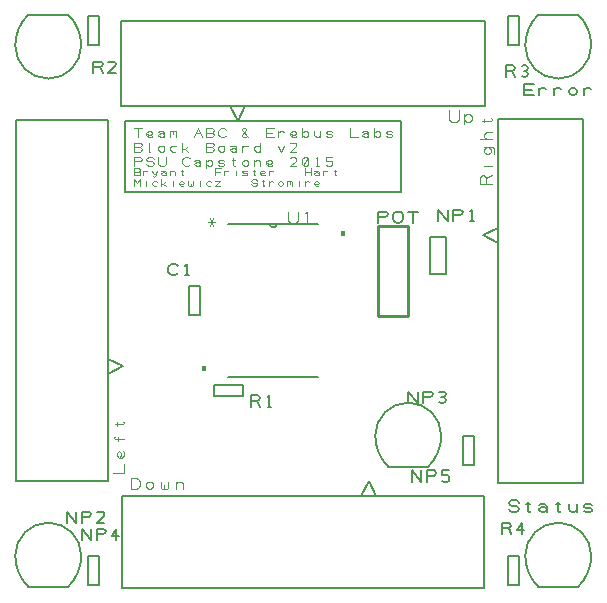
<source format=gbr>
%FSLAX14Y14*%
%MOIN*%
G04 EasyPC Gerber Version 18.0.1 Build 3581 *
%ADD11C,0.00100*%
%ADD23C,0.00300*%
%ADD71C,0.00500*%
%ADD22C,0.00600*%
%ADD24C,0.01000*%
X0Y0D02*
D02*
D11*
X4531Y14474D02*
X4569Y14455D01*
X4588Y14418*
X4569Y14380*
X4531Y14361*
X4400*
Y14586*
X4531*
X4569Y14568*
X4588Y14530*
X4569Y14493*
X4531Y14474*
X4400*
X4700Y14361D02*
Y14511D01*
Y14455D02*
X4719Y14493D01*
X4756Y14511*
X4794*
X4831Y14493*
X5000Y14511D02*
X5019Y14436D01*
X5056Y14399*
X5094*
X5131Y14436*
X5150Y14511*
X5131Y14436D02*
X5113Y14361D01*
X5094Y14324*
X5056Y14305*
X5019Y14324*
X5300Y14493D02*
X5338Y14511D01*
X5394*
X5431Y14493*
X5450Y14455*
Y14399*
X5431Y14380*
X5394Y14361*
X5356*
X5319Y14380*
X5300Y14399*
Y14418*
X5319Y14436*
X5356Y14455*
X5394*
X5431Y14436*
X5450Y14418*
Y14399D02*
Y14361D01*
X5600D02*
Y14511D01*
Y14455D02*
X5619Y14493D01*
X5656Y14511*
X5694*
X5731Y14493*
X5750Y14455*
Y14361*
X5938Y14511D02*
X6013D01*
X5975Y14549D02*
Y14380D01*
X5994Y14361*
X6013*
X6031Y14380*
X7100Y14361D02*
Y14586D01*
X7288*
X7250Y14474D02*
X7100D01*
X7400Y14361D02*
Y14511D01*
Y14455D02*
X7419Y14493D01*
X7456Y14511*
X7494*
X7531Y14493*
X7775Y14361D02*
Y14511D01*
Y14568D02*
X8000Y14380*
X8038Y14361D01*
X8113*
X8150Y14380*
Y14418*
X8113Y14436*
X8038*
X8000Y14455*
Y14493*
X8038Y14511*
X8113*
X8150Y14493*
X8338Y14511D02*
X8413D01*
X8375Y14549D02*
Y14380D01*
X8394Y14361*
X8413*
X8431Y14380*
X8750D02*
X8731Y14361D01*
X8694*
X8656*
X8619Y14380*
X8600Y14418*
Y14474*
X8619Y14493*
X8656Y14511*
X8694*
X8731Y14493*
X8750Y14474*
Y14455*
X8731Y14436*
X8694Y14418*
X8656*
X8619Y14436*
X8600Y14455*
X8900Y14361D02*
Y14511D01*
Y14455D02*
X8919Y14493D01*
X8956Y14511*
X8994*
X9031Y14493*
X10100Y14361D02*
Y14586D01*
Y14474D02*
X10288D01*
Y14361D02*
Y14586D01*
X10400Y14493D02*
X10438Y14511D01*
X10494*
X10531Y14493*
X10550Y14455*
Y14399*
X10531Y14380*
X10494Y14361*
X10456*
X10419Y14380*
X10400Y14399*
Y14418*
X10419Y14436*
X10456Y14455*
X10494*
X10531Y14436*
X10550Y14418*
Y14399D02*
Y14361D01*
X10700D02*
Y14511D01*
Y14455D02*
X10719Y14493D01*
X10756Y14511*
X10794*
X10831Y14493*
X11038Y14511D02*
X11113D01*
X11075Y14549D02*
Y14380D01*
X11094Y14361*
X11113*
X11131Y14380*
X4400Y14001D02*
Y14226D01*
X4494Y14114*
X4588Y14226*
Y14001*
X4775D02*
Y14151D01*
Y14208D02*
X5150Y14133*
X5113Y14151D01*
X5056*
X5019Y14133*
X5000Y14095*
Y14058*
X5019Y14020*
X5056Y14001*
X5113*
X5150Y14020*
X5300Y14001D02*
Y14226D01*
Y14076D02*
X5356D01*
X5450Y14151*
X5356Y14076D02*
X5450Y14001D01*
X5675D02*
Y14151D01*
Y14208D02*
X6050Y14020*
X6031Y14001D01*
X5994*
X5956*
X5919Y14020*
X5900Y14058*
Y14114*
X5919Y14133*
X5956Y14151*
X5994*
X6031Y14133*
X6050Y14114*
Y14095*
X6031Y14076*
X5994Y14058*
X5956*
X5919Y14076*
X5900Y14095*
X6200Y14151D02*
Y14020D01*
X6219Y14001*
X6256*
X6275Y14020*
Y14076*
Y14020D02*
X6294Y14001D01*
X6331*
X6350Y14020*
Y14151*
X6575Y14001D02*
Y14151D01*
Y14208D02*
X6950Y14133*
X6913Y14151D01*
X6856*
X6819Y14133*
X6800Y14095*
Y14058*
X6819Y14020*
X6856Y14001*
X6913*
X6950Y14020*
X7100Y14151D02*
X7250D01*
X7100Y14001*
X7250*
X8300Y14058D02*
X8319Y14020D01*
X8356Y14001*
X8431*
X8469Y14020*
X8488Y14058*
X8469Y14095*
X8431Y14114*
X8356*
X8319Y14133*
X8300Y14170*
X8319Y14208*
X8356Y14226*
X8431*
X8469Y14208*
X8488Y14170*
X8638Y14151D02*
X8713D01*
X8675Y14189D02*
Y14020D01*
X8694Y14001*
X8713*
X8731Y14020*
X8900Y14001D02*
Y14151D01*
Y14095D02*
X8919Y14133D01*
X8956Y14151*
X8994*
X9031Y14133*
X9200Y14058D02*
X9219Y14020D01*
X9256Y14001*
X9294*
X9331Y14020*
X9350Y14058*
Y14095*
X9331Y14133*
X9294Y14151*
X9256*
X9219Y14133*
X9200Y14095*
Y14058*
X9500Y14001D02*
Y14151D01*
Y14133D02*
X9519Y14151D01*
X9556*
X9575Y14133*
Y14076*
Y14133D02*
X9594Y14151D01*
X9631*
X9650Y14133*
Y14001*
X9875D02*
Y14151D01*
Y14208D02*
X10100Y14001*
Y14151D01*
Y14095D02*
X10119Y14133D01*
X10156Y14151*
X10194*
X10231Y14133*
X10550Y14020D02*
X10531Y14001D01*
X10494*
X10456*
X10419Y14020*
X10400Y14058*
Y14114*
X10419Y14133*
X10456Y14151*
X10494*
X10531Y14133*
X10550Y14114*
Y14095*
X10531Y14076*
X10494Y14058*
X10456*
X10419Y14076*
X10400Y14095*
X4525Y15630D02*
Y15930D01*
X4400D02*
X4650D01*
X5000Y15655D02*
X4975Y15630D01*
X4925*
X4875*
X4825Y15655*
X4800Y15705*
Y15780*
X4825Y15805*
X4875Y15830*
X4925*
X4975Y15805*
X5000Y15780*
Y15755*
X4975Y15730*
X4925Y15705*
X4875*
X4825Y15730*
X4800Y15755*
X5200Y15805D02*
X5250Y15830D01*
X5325*
X5375Y15805*
X5400Y15755*
Y15680*
X5375Y15655*
X5325Y15630*
X5275*
X5225Y15655*
X5200Y15680*
Y15705*
X5225Y15730*
X5275Y15755*
X5325*
X5375Y15730*
X5400Y15705*
Y15680D02*
Y15630D01*
X5600D02*
Y15830D01*
Y15805D02*
X5625Y15830D01*
X5675*
X5700Y15805*
Y15730*
Y15805D02*
X5725Y15830D01*
X5775*
X5800Y15805*
Y15630*
X6400D02*
X6525Y15930D01*
X6650Y15630*
X6450Y15755D02*
X6600D01*
X6975Y15780D02*
X7025Y15755D01*
X7050Y15705*
X7025Y15655*
X6975Y15630*
X6800*
Y15930*
X6975*
X7025Y15905*
X7050Y15855*
X7025Y15805*
X6975Y15780*
X6800*
X7450Y15680D02*
X7425Y15655D01*
X7375Y15630*
X7300*
X7250Y15655*
X7225Y15680*
X7200Y15730*
Y15830*
X7225Y15880*
X7250Y15905*
X7300Y15930*
X7375*
X7425Y15905*
X7450Y15880*
X8200Y15630D02*
X8000Y15855D01*
Y15905*
X8025Y15930*
X8100*
X8125Y15905*
Y15855*
X8000Y15705*
Y15655*
X8025Y15630*
X8125*
X8200Y15705*
X8800Y15630D02*
Y15930D01*
X9050*
X9000Y15780D02*
X8800D01*
Y15630D02*
X9050D01*
X9200D02*
Y15830D01*
Y15755D02*
X9225Y15805D01*
X9275Y15830*
X9325*
X9375Y15805*
X9800Y15655D02*
X9775Y15630D01*
X9725*
X9675*
X9625Y15655*
X9600Y15705*
Y15780*
X9625Y15805*
X9675Y15830*
X9725*
X9775Y15805*
X9800Y15780*
Y15755*
X9775Y15730*
X9725Y15705*
X9675*
X9625Y15730*
X9600Y15755*
X10000Y15705D02*
X10025Y15655D01*
X10075Y15630*
X10125*
X10175Y15655*
X10200Y15705*
Y15755*
X10175Y15805*
X10125Y15830*
X10075*
X10025Y15805*
X10000Y15755*
Y15630D02*
Y15930D01*
X10400Y15830D02*
Y15705D01*
X10425Y15655*
X10475Y15630*
X10525*
X10575Y15655*
X10600Y15705*
Y15830D02*
Y15630D01*
X10800Y15655D02*
X10850Y15630D01*
X10950*
X11000Y15655*
Y15705*
X10950Y15730*
X10850*
X10800Y15755*
Y15805*
X10850Y15830*
X10950*
X11000Y15805*
X11600Y15930D02*
Y15630D01*
X11850*
X12000Y15805D02*
X12050Y15830D01*
X12125*
X12175Y15805*
X12200Y15755*
Y15680*
X12175Y15655*
X12125Y15630*
X12075*
X12025Y15655*
X12000Y15680*
Y15705*
X12025Y15730*
X12075Y15755*
X12125*
X12175Y15730*
X12200Y15705*
Y15680D02*
Y15630D01*
X12400Y15705D02*
X12425Y15655D01*
X12475Y15630*
X12525*
X12575Y15655*
X12600Y15705*
Y15755*
X12575Y15805*
X12525Y15830*
X12475*
X12425Y15805*
X12400Y15755*
Y15630D02*
Y15930D01*
X12800Y15655D02*
X12850Y15630D01*
X12950*
X13000Y15655*
Y15705*
X12950Y15730*
X12850*
X12800Y15755*
Y15805*
X12850Y15830*
X12950*
X13000Y15805*
X4575Y15300D02*
X4625Y15275D01*
X4650Y15225*
X4625Y15175*
X4575Y15150*
X4400*
Y15450*
X4575*
X4625Y15425*
X4650Y15375*
X4625Y15325*
X4575Y15300*
X4400*
X4925Y15150D02*
X4900D01*
Y15450*
X5200Y15225D02*
X5225Y15175D01*
X5275Y15150*
X5325*
X5375Y15175*
X5400Y15225*
Y15275*
X5375Y15325*
X5325Y15350*
X5275*
X5225Y15325*
X5200Y15275*
Y15225*
X5800Y15325D02*
X5750Y15350D01*
X5675*
X5625Y15325*
X5600Y15275*
Y15225*
X5625Y15175*
X5675Y15150*
X5750*
X5800Y15175*
X6000Y15150D02*
Y15450D01*
Y15250D02*
X6075D01*
X6200Y15350*
X6075Y15250D02*
X6200Y15150D01*
X6975Y15300D02*
X7025Y15275D01*
X7050Y15225*
X7025Y15175*
X6975Y15150*
X6800*
Y15450*
X6975*
X7025Y15425*
X7050Y15375*
X7025Y15325*
X6975Y15300*
X6800*
X7200Y15225D02*
X7225Y15175D01*
X7275Y15150*
X7325*
X7375Y15175*
X7400Y15225*
Y15275*
X7375Y15325*
X7325Y15350*
X7275*
X7225Y15325*
X7200Y15275*
Y15225*
X7600Y15325D02*
X7650Y15350D01*
X7725*
X7775Y15325*
X7800Y15275*
Y15200*
X7775Y15175*
X7725Y15150*
X7675*
X7625Y15175*
X7600Y15200*
Y15225*
X7625Y15250*
X7675Y15275*
X7725*
X7775Y15250*
X7800Y15225*
Y15200D02*
Y15150D01*
X8000D02*
Y15350D01*
Y15275D02*
X8025Y15325D01*
X8075Y15350*
X8125*
X8175Y15325*
X8600Y15275D02*
X8575Y15325D01*
X8525Y15350*
X8475*
X8425Y15325*
X8400Y15275*
Y15225*
X8425Y15175*
X8475Y15150*
X8525*
X8575Y15175*
X8600Y15225*
Y15150D02*
Y15450D01*
X9200Y15350D02*
X9300Y15150D01*
X9400Y15350*
X9800Y15150D02*
X9600D01*
X9775Y15325*
X9800Y15375*
X9775Y15425*
X9725Y15450*
X9650*
X9600Y15425*
X4400Y14670D02*
Y14970D01*
X4575*
X4625Y14945*
X4650Y14895*
X4625Y14845*
X4575Y14820*
X4400*
X4800Y14745D02*
X4825Y14695D01*
X4875Y14670*
X4975*
X5025Y14695*
X5050Y14745*
X5025Y14795*
X4975Y14820*
X4875*
X4825Y14845*
X4800Y14895*
X4825Y14945*
X4875Y14970*
X4975*
X5025Y14945*
X5050Y14895*
X5200Y14970D02*
Y14745D01*
X5225Y14695*
X5275Y14670*
X5375*
X5425Y14695*
X5450Y14745*
Y14970*
X6250Y14720D02*
X6225Y14695D01*
X6175Y14670*
X6100*
X6050Y14695*
X6025Y14720*
X6000Y14770*
Y14870*
X6025Y14920*
X6050Y14945*
X6100Y14970*
X6175*
X6225Y14945*
X6250Y14920*
X6400Y14845D02*
X6450Y14870D01*
X6525*
X6575Y14845*
X6600Y14795*
Y14720*
X6575Y14695*
X6525Y14670*
X6475*
X6425Y14695*
X6400Y14720*
Y14745*
X6425Y14770*
X6475Y14795*
X6525*
X6575Y14770*
X6600Y14745*
Y14720D02*
Y14670D01*
X6800Y14870D02*
Y14595D01*
Y14745D02*
X6825Y14695D01*
X6875Y14670*
X6925*
X6975Y14695*
X7000Y14745*
Y14795*
X6975Y14845*
X6925Y14870*
X6875*
X6825Y14845*
X6800Y14795*
Y14745*
X7200Y14695D02*
X7250Y14670D01*
X7350*
X7400Y14695*
Y14745*
X7350Y14770*
X7250*
X7200Y14795*
Y14845*
X7250Y14870*
X7350*
X7400Y14845*
X7650Y14870D02*
X7750D01*
X7700Y14920D02*
Y14695D01*
X7725Y14670*
X7750*
X7775Y14695*
X8000Y14745D02*
X8025Y14695D01*
X8075Y14670*
X8125*
X8175Y14695*
X8200Y14745*
Y14795*
X8175Y14845*
X8125Y14870*
X8075*
X8025Y14845*
X8000Y14795*
Y14745*
X8400Y14670D02*
Y14870D01*
Y14795D02*
X8425Y14845D01*
X8475Y14870*
X8525*
X8575Y14845*
X8600Y14795*
Y14670*
X9000Y14695D02*
X8975Y14670D01*
X8925*
X8875*
X8825Y14695*
X8800Y14745*
Y14820*
X8825Y14845*
X8875Y14870*
X8925*
X8975Y14845*
X9000Y14820*
Y14795*
X8975Y14770*
X8925Y14745*
X8875*
X8825Y14770*
X8800Y14795*
X9800Y14670D02*
X9600D01*
X9775Y14845*
X9800Y14895*
X9775Y14945*
X9725Y14970*
X9650*
X9600Y14945*
X10025Y14695D02*
X10075Y14670D01*
X10125*
X10175Y14695*
X10200Y14745*
Y14895*
X10175Y14945*
X10125Y14970*
X10075*
X10025Y14945*
X10000Y14895*
Y14745*
X10025Y14695*
X10175Y14945*
X10450Y14670D02*
X10550D01*
X10500D02*
Y14970D01*
X10450Y14920*
X10800Y14695D02*
X10850Y14670D01*
X10925*
X10975Y14695*
X11000Y14745*
Y14770*
X10975Y14820*
X10925Y14845*
X10800*
Y14970*
X11000*
X6665Y8005D02*
Y7855D01*
X6765*
Y8005*
X6665*
G36*
Y7855*
X6765*
Y8005*
X6665*
G37*
X11385Y12505D02*
Y12355D01*
X11285*
Y12505*
X11385*
G36*
Y12355*
X11285*
Y12505*
X11385*
G37*
D02*
D71*
X425Y18680D02*
G75*
G03X1525Y17580I1100D01*
G01*
G75*
G03X2625Y18680J1100*
G01*
G75*
G03X2195Y19710I-1458J-4*
G01*
X855*
G75*
G03X425Y18680I1028J-1034*
G01*
X2150Y2774D02*
Y3149D01*
X2463Y2774*
Y3149*
X2650Y2774D02*
Y3149D01*
X2869*
X2931Y3118*
X2963Y3055*
X2931Y2993*
X2869Y2961*
X2650*
X3400Y2774D02*
X3150D01*
X3369Y2993*
X3400Y3055*
X3369Y3118*
X3306Y3149*
X3213*
X3150Y3118*
X2625Y1680D02*
G75*
G03X1525Y2780I-1100D01*
G01*
G75*
G03X425Y1680J-1100*
G01*
G75*
G03X855Y650I1458J4*
G01*
X2195*
G75*
G03X2625Y1680I-1028J1034*
G01*
X2635Y2204D02*
Y2579D01*
X2948Y2204*
Y2579*
X3135Y2204D02*
Y2579D01*
X3354*
X3416Y2548*
X3448Y2485*
X3416Y2423*
X3354Y2391*
X3135*
X3791Y2204D02*
Y2579D01*
X3635Y2329*
X3885*
X2835Y1660D02*
X3215D01*
Y700*
X2835*
Y1660*
X3025Y17774D02*
Y18149D01*
X3244*
X3306Y18118*
X3338Y18055*
X3306Y17993*
X3244Y17961*
X3025*
X3244D02*
X3338Y17774D01*
X3775D02*
X3525D01*
X3744Y17993*
X3775Y18055*
X3744Y18118*
X3681Y18149*
X3588*
X3525Y18118*
X3215Y18700D02*
X2835D01*
Y19660*
X3215*
Y18700*
X4075Y13805D02*
X13275D01*
Y16180*
X4075*
Y13805*
X5838Y11086D02*
X5806Y11055D01*
X5744Y11024*
X5650*
X5588Y11055*
X5556Y11086*
X5525Y11149*
Y11274*
X5556Y11336*
X5588Y11368*
X5650Y11399*
X5744*
X5806Y11368*
X5838Y11336*
X6088Y11024D02*
X6213D01*
X6150D02*
Y11399D01*
X6088Y11336*
X6590Y9700D02*
X6210D01*
Y10660*
X6590*
Y9700*
X8005Y7370D02*
Y6990D01*
X7045*
Y7370*
X8005*
X8275Y6649D02*
Y7024D01*
X8494*
X8556Y6993*
X8588Y6930*
X8556Y6868*
X8494Y6836*
X8275*
X8494D02*
X8588Y6649D01*
X8838D02*
X8963D01*
X8900D02*
Y7024D01*
X8838Y6961*
X12525Y12774D02*
Y13149D01*
X12744*
X12806Y13118*
X12838Y13055*
X12806Y12993*
X12744Y12961*
X12525*
X13025Y12899D02*
Y13024D01*
X13056Y13086*
X13088Y13118*
X13150Y13149*
X13213*
X13275Y13118*
X13306Y13086*
X13338Y13024*
Y12899*
X13306Y12836*
X13275Y12805*
X13213Y12774*
X13150*
X13088Y12805*
X13056Y12836*
X13025Y12899*
X13681Y12774D02*
Y13149D01*
X13525D02*
X13838D01*
X13525Y6774D02*
Y7149D01*
X13838Y6774*
Y7149*
X14025Y6774D02*
Y7149D01*
X14244*
X14306Y7118*
X14338Y7055*
X14306Y6993*
X14244Y6961*
X14025*
X14556Y6805D02*
X14619Y6774D01*
X14681*
X14744Y6805*
X14775Y6868*
X14744Y6930*
X14681Y6961*
X14619*
X14681D02*
X14744Y6993D01*
X14775Y7055*
X14744Y7118*
X14681Y7149*
X14619*
X14556Y7118*
X13650Y4149D02*
Y4524D01*
X13963Y4149*
Y4524*
X14150Y4149D02*
Y4524D01*
X14369*
X14431Y4493*
X14463Y4430*
X14431Y4368*
X14369Y4336*
X14150*
X14650Y4180D02*
X14713Y4149D01*
X14806*
X14869Y4180*
X14900Y4243*
Y4274*
X14869Y4336*
X14806Y4368*
X14650*
Y4524*
X14900*
X14260Y12295D02*
X14790D01*
Y11065*
X14260*
Y12295*
X14525Y12839D02*
Y13214D01*
X14838Y12839*
Y13214*
X15025Y12839D02*
Y13214D01*
X15244*
X15306Y13183*
X15338Y13120*
X15306Y13058*
X15244Y13026*
X15025*
X15588Y12839D02*
X15713D01*
X15650D02*
Y13214D01*
X15588Y13151*
X14625Y5680D02*
G75*
G03X13525Y6780I-1100D01*
G01*
G75*
G03X12425Y5680J-1100*
G01*
G75*
G03X12855Y4650I1458J4*
G01*
X14195*
G75*
G03X14625Y5680I-1028J1034*
G01*
X15715Y4700D02*
X15335D01*
Y5660*
X15715*
Y4700*
X16650Y2399D02*
Y2774D01*
X16869*
X16931Y2743*
X16963Y2680*
X16931Y2618*
X16869Y2586*
X16650*
X16869D02*
X16963Y2399D01*
X17306D02*
Y2774D01*
X17150Y2524*
X17400*
X16775Y17649D02*
Y18024D01*
X16994*
X17056Y17993*
X17088Y17930*
X17056Y17868*
X16994Y17836*
X16775*
X16994D02*
X17088Y17649D01*
X17306Y17680D02*
X17369Y17649D01*
X17431*
X17494Y17680*
X17525Y17743*
X17494Y17805*
X17431Y17836*
X17369*
X17431D02*
X17494Y17868D01*
X17525Y17930*
X17494Y17993*
X17431Y18024*
X17369*
X17306Y17993*
X16900Y3243D02*
X16931Y3180D01*
X16994Y3149*
X17119*
X17181Y3180*
X17213Y3243*
X17181Y3305*
X17119Y3336*
X16994*
X16931Y3368*
X16900Y3430*
X16931Y3493*
X16994Y3524*
X17119*
X17181Y3493*
X17213Y3430*
X17463Y3399D02*
X17588D01*
X17525Y3461D02*
Y3180D01*
X17556Y3149*
X17588*
X17619Y3180*
X17900Y3368D02*
X17963Y3399D01*
X18056*
X18119Y3368*
X18150Y3305*
Y3211*
X18119Y3180*
X18056Y3149*
X17994*
X17931Y3180*
X17900Y3211*
Y3243*
X17931Y3274*
X17994Y3305*
X18056*
X18119Y3274*
X18150Y3243*
Y3211D02*
Y3149D01*
X18463Y3399D02*
X18588D01*
X18525Y3461D02*
Y3180D01*
X18556Y3149*
X18588*
X18619Y3180*
X18900Y3399D02*
Y3243D01*
X18931Y3180*
X18994Y3149*
X19056*
X19119Y3180*
X19150Y3243*
Y3399D02*
Y3149D01*
X19400Y3180D02*
X19463Y3149D01*
X19588*
X19650Y3180*
Y3243*
X19588Y3274*
X19463*
X19400Y3305*
Y3368*
X19463Y3399*
X19588*
X19650Y3368*
X17215Y700D02*
X16835D01*
Y1660*
X17215*
Y700*
Y18700D02*
X16835D01*
Y19660*
X17215*
Y18700*
X17400Y17024D02*
Y17399D01*
X17713*
X17650Y17211D02*
X17400D01*
Y17024D02*
X17713D01*
X17900D02*
Y17274D01*
Y17180D02*
X17931Y17243D01*
X17994Y17274*
X18056*
X18119Y17243*
X18400Y17024D02*
Y17274D01*
Y17180D02*
X18431Y17243D01*
X18494Y17274*
X18556*
X18619Y17243*
X18900Y17118D02*
X18931Y17055D01*
X18994Y17024*
X19056*
X19119Y17055*
X19150Y17118*
Y17180*
X19119Y17243*
X19056Y17274*
X18994*
X18931Y17243*
X18900Y17180*
Y17118*
X19400Y17024D02*
Y17274D01*
Y17180D02*
X19431Y17243D01*
X19494Y17274*
X19556*
X19619Y17243*
X17425Y18680D02*
G75*
G03X18525Y17580I1100D01*
G01*
G75*
G03X19625Y18680J1100*
G01*
G75*
G03X19195Y19710I-1458J-4*
G01*
X17855*
G75*
G03X17425Y18680I1028J-1034*
G01*
X19625Y1680D02*
G75*
G03X18525Y2780I-1100D01*
G01*
G75*
G03X17425Y1680J-1100*
G01*
G75*
G03X17855Y650I1458J4*
G01*
X19195*
G75*
G03X19625Y1680I-1028J1034*
G01*
D02*
D22*
X3525Y4155D02*
Y16205D01*
X455*
Y4155*
X3525*
Y7749D02*
X4025Y7999D01*
X3525Y8249*
X3960Y16680D02*
X16090D01*
Y19500*
X3960*
Y16680*
X7525Y7620D02*
X10525D01*
X7594Y16680D02*
X7844Y16180D01*
X8094Y16680*
X8905Y12740D02*
G75*
G03X9145I120D01*
G01*
X10525D02*
X7525D01*
X12456Y3680D02*
X12206Y4180D01*
X11956Y3680*
X16050D02*
X4000D01*
Y610*
X16050*
Y3680*
X16525Y12611D02*
X16025Y12361D01*
X16525Y12111*
Y16245D02*
Y4115D01*
X19345*
Y16245*
X16525*
D02*
D23*
X3681Y4430D02*
X4056D01*
Y4743*
X4025Y5180D02*
X4056Y5149D01*
Y5086*
Y5024*
X4025Y4961*
X3962Y4930*
X3869*
X3837Y4961*
X3806Y5024*
Y5086*
X3837Y5149*
X3869Y5180*
X3900*
X3931Y5149*
X3962Y5086*
Y5024*
X3931Y4961*
X3900Y4930*
X4056Y5555D02*
X3744D01*
X3712Y5586*
Y5618*
X3744Y5649*
X3837Y5493D02*
Y5618D01*
X3806Y5993D02*
Y6118D01*
X3744Y6055D02*
X4025D01*
X4056Y6086*
Y6118*
X4025Y6149*
X4275Y3899D02*
Y4274D01*
X4463*
X4525Y4243*
X4556Y4211*
X4588Y4149*
Y4024*
X4556Y3961*
X4525Y3930*
X4463Y3899*
X4275*
X4775Y3993D02*
X4806Y3930D01*
X4869Y3899*
X4931*
X4994Y3930*
X5025Y3993*
Y4055*
X4994Y4118*
X4931Y4149*
X4869*
X4806Y4118*
X4775Y4055*
Y3993*
X5275Y4149D02*
Y3930D01*
X5306Y3899*
X5369*
X5400Y3930*
Y4024*
Y3930D02*
X5431Y3899D01*
X5494*
X5525Y3930*
Y4149*
X5775Y3899D02*
Y4149D01*
Y4055D02*
X5806Y4118D01*
X5869Y4149*
X5931*
X5994Y4118*
X6025Y4055*
Y3899*
X6845Y12799D02*
X7095D01*
X6908Y12674D02*
X7033Y12924D01*
X6908D02*
X7033Y12674D01*
X9525Y13149D02*
Y12868D01*
X9556Y12805*
X9619Y12774*
X9744*
X9806Y12805*
X9838Y12868*
Y13149*
X10088Y12774D02*
X10213D01*
X10150D02*
Y13149D01*
X10088Y13086*
X14900Y16524D02*
Y16243D01*
X14931Y16180*
X14994Y16149*
X15119*
X15181Y16180*
X15213Y16243*
Y16524*
X15400Y16399D02*
Y16055D01*
Y16243D02*
X15431Y16180D01*
X15494Y16149*
X15556*
X15619Y16180*
X15650Y16243*
Y16305*
X15619Y16368*
X15556Y16399*
X15494*
X15431Y16368*
X15400Y16305*
Y16243*
X16306Y14055D02*
X15931D01*
Y14274*
X15962Y14336*
X16025Y14368*
X16087Y14336*
X16119Y14274*
Y14055*
Y14274D02*
X16306Y14368D01*
Y14680D02*
X16056D01*
X15962D02*
X16150Y15305*
X16087Y15274D01*
X16056Y15211*
Y15149*
X16087Y15086*
X16150Y15055*
X16181*
X16244Y15086*
X16275Y15149*
Y15211*
X16244Y15274*
X16181Y15305*
X16056D02*
X16306D01*
X16369Y15274*
X16400Y15211*
Y15118*
X16369Y15055*
X16306Y15555D02*
X15931D01*
X16150D02*
X16087Y15586D01*
X16056Y15649*
Y15711*
X16087Y15774*
X16150Y15805*
X16306*
X16056Y16118D02*
Y16243D01*
X15994Y16180D02*
X16275D01*
X16306Y16211*
Y16243*
X16275Y16274*
D02*
D24*
X13525Y9680D02*
Y12680D01*
X12525*
Y9680*
X13525*
X0Y0D02*
M02*

</source>
